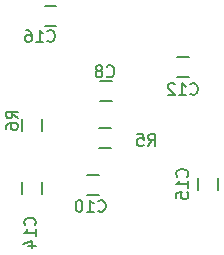
<source format=gbo>
G04 #@! TF.FileFunction,Legend,Bot*
%FSLAX46Y46*%
G04 Gerber Fmt 4.6, Leading zero omitted, Abs format (unit mm)*
G04 Created by KiCad (PCBNEW (2015-11-24 BZR 6329)-product) date Fri 07 Oct 2016 12:30:40 AM EDT*
%MOMM*%
G01*
G04 APERTURE LIST*
%ADD10C,0.100000*%
%ADD11C,0.150000*%
G04 APERTURE END LIST*
D10*
D11*
X175900000Y-96250000D02*
X174900000Y-96250000D01*
X174900000Y-94550000D02*
X175900000Y-94550000D01*
X175800000Y-100250000D02*
X174800000Y-100250000D01*
X174800000Y-98550000D02*
X175800000Y-98550000D01*
X181400000Y-92550000D02*
X182400000Y-92550000D01*
X182400000Y-94250000D02*
X181400000Y-94250000D01*
X168250000Y-104100000D02*
X168250000Y-103100000D01*
X169950000Y-103100000D02*
X169950000Y-104100000D01*
X183150000Y-103800000D02*
X183150000Y-102800000D01*
X184850000Y-102800000D02*
X184850000Y-103800000D01*
X170200000Y-88250000D02*
X171200000Y-88250000D01*
X171200000Y-89950000D02*
X170200000Y-89950000D01*
X173800000Y-102550000D02*
X174800000Y-102550000D01*
X174800000Y-104250000D02*
X173800000Y-104250000D01*
X169950000Y-97800000D02*
X169950000Y-98800000D01*
X168250000Y-98800000D02*
X168250000Y-97800000D01*
X175466666Y-94157143D02*
X175514285Y-94204762D01*
X175657142Y-94252381D01*
X175752380Y-94252381D01*
X175895238Y-94204762D01*
X175990476Y-94109524D01*
X176038095Y-94014286D01*
X176085714Y-93823810D01*
X176085714Y-93680952D01*
X176038095Y-93490476D01*
X175990476Y-93395238D01*
X175895238Y-93300000D01*
X175752380Y-93252381D01*
X175657142Y-93252381D01*
X175514285Y-93300000D01*
X175466666Y-93347619D01*
X174895238Y-93680952D02*
X174990476Y-93633333D01*
X175038095Y-93585714D01*
X175085714Y-93490476D01*
X175085714Y-93442857D01*
X175038095Y-93347619D01*
X174990476Y-93300000D01*
X174895238Y-93252381D01*
X174704761Y-93252381D01*
X174609523Y-93300000D01*
X174561904Y-93347619D01*
X174514285Y-93442857D01*
X174514285Y-93490476D01*
X174561904Y-93585714D01*
X174609523Y-93633333D01*
X174704761Y-93680952D01*
X174895238Y-93680952D01*
X174990476Y-93728571D01*
X175038095Y-93776190D01*
X175085714Y-93871429D01*
X175085714Y-94061905D01*
X175038095Y-94157143D01*
X174990476Y-94204762D01*
X174895238Y-94252381D01*
X174704761Y-94252381D01*
X174609523Y-94204762D01*
X174561904Y-94157143D01*
X174514285Y-94061905D01*
X174514285Y-93871429D01*
X174561904Y-93776190D01*
X174609523Y-93728571D01*
X174704761Y-93680952D01*
X174742857Y-105557143D02*
X174790476Y-105604762D01*
X174933333Y-105652381D01*
X175028571Y-105652381D01*
X175171429Y-105604762D01*
X175266667Y-105509524D01*
X175314286Y-105414286D01*
X175361905Y-105223810D01*
X175361905Y-105080952D01*
X175314286Y-104890476D01*
X175266667Y-104795238D01*
X175171429Y-104700000D01*
X175028571Y-104652381D01*
X174933333Y-104652381D01*
X174790476Y-104700000D01*
X174742857Y-104747619D01*
X173790476Y-105652381D02*
X174361905Y-105652381D01*
X174076191Y-105652381D02*
X174076191Y-104652381D01*
X174171429Y-104795238D01*
X174266667Y-104890476D01*
X174361905Y-104938095D01*
X173171429Y-104652381D02*
X173076190Y-104652381D01*
X172980952Y-104700000D01*
X172933333Y-104747619D01*
X172885714Y-104842857D01*
X172838095Y-105033333D01*
X172838095Y-105271429D01*
X172885714Y-105461905D01*
X172933333Y-105557143D01*
X172980952Y-105604762D01*
X173076190Y-105652381D01*
X173171429Y-105652381D01*
X173266667Y-105604762D01*
X173314286Y-105557143D01*
X173361905Y-105461905D01*
X173409524Y-105271429D01*
X173409524Y-105033333D01*
X173361905Y-104842857D01*
X173314286Y-104747619D01*
X173266667Y-104700000D01*
X173171429Y-104652381D01*
X182542857Y-95657143D02*
X182590476Y-95704762D01*
X182733333Y-95752381D01*
X182828571Y-95752381D01*
X182971429Y-95704762D01*
X183066667Y-95609524D01*
X183114286Y-95514286D01*
X183161905Y-95323810D01*
X183161905Y-95180952D01*
X183114286Y-94990476D01*
X183066667Y-94895238D01*
X182971429Y-94800000D01*
X182828571Y-94752381D01*
X182733333Y-94752381D01*
X182590476Y-94800000D01*
X182542857Y-94847619D01*
X181590476Y-95752381D02*
X182161905Y-95752381D01*
X181876191Y-95752381D02*
X181876191Y-94752381D01*
X181971429Y-94895238D01*
X182066667Y-94990476D01*
X182161905Y-95038095D01*
X181209524Y-94847619D02*
X181161905Y-94800000D01*
X181066667Y-94752381D01*
X180828571Y-94752381D01*
X180733333Y-94800000D01*
X180685714Y-94847619D01*
X180638095Y-94942857D01*
X180638095Y-95038095D01*
X180685714Y-95180952D01*
X181257143Y-95752381D01*
X180638095Y-95752381D01*
X169357143Y-106757143D02*
X169404762Y-106709524D01*
X169452381Y-106566667D01*
X169452381Y-106471429D01*
X169404762Y-106328571D01*
X169309524Y-106233333D01*
X169214286Y-106185714D01*
X169023810Y-106138095D01*
X168880952Y-106138095D01*
X168690476Y-106185714D01*
X168595238Y-106233333D01*
X168500000Y-106328571D01*
X168452381Y-106471429D01*
X168452381Y-106566667D01*
X168500000Y-106709524D01*
X168547619Y-106757143D01*
X169452381Y-107709524D02*
X169452381Y-107138095D01*
X169452381Y-107423809D02*
X168452381Y-107423809D01*
X168595238Y-107328571D01*
X168690476Y-107233333D01*
X168738095Y-107138095D01*
X168785714Y-108566667D02*
X169452381Y-108566667D01*
X168404762Y-108328571D02*
X169119048Y-108090476D01*
X169119048Y-108709524D01*
X182257143Y-102657143D02*
X182304762Y-102609524D01*
X182352381Y-102466667D01*
X182352381Y-102371429D01*
X182304762Y-102228571D01*
X182209524Y-102133333D01*
X182114286Y-102085714D01*
X181923810Y-102038095D01*
X181780952Y-102038095D01*
X181590476Y-102085714D01*
X181495238Y-102133333D01*
X181400000Y-102228571D01*
X181352381Y-102371429D01*
X181352381Y-102466667D01*
X181400000Y-102609524D01*
X181447619Y-102657143D01*
X182352381Y-103609524D02*
X182352381Y-103038095D01*
X182352381Y-103323809D02*
X181352381Y-103323809D01*
X181495238Y-103228571D01*
X181590476Y-103133333D01*
X181638095Y-103038095D01*
X181352381Y-104514286D02*
X181352381Y-104038095D01*
X181828571Y-103990476D01*
X181780952Y-104038095D01*
X181733333Y-104133333D01*
X181733333Y-104371429D01*
X181780952Y-104466667D01*
X181828571Y-104514286D01*
X181923810Y-104561905D01*
X182161905Y-104561905D01*
X182257143Y-104514286D01*
X182304762Y-104466667D01*
X182352381Y-104371429D01*
X182352381Y-104133333D01*
X182304762Y-104038095D01*
X182257143Y-103990476D01*
X170442857Y-91157143D02*
X170490476Y-91204762D01*
X170633333Y-91252381D01*
X170728571Y-91252381D01*
X170871429Y-91204762D01*
X170966667Y-91109524D01*
X171014286Y-91014286D01*
X171061905Y-90823810D01*
X171061905Y-90680952D01*
X171014286Y-90490476D01*
X170966667Y-90395238D01*
X170871429Y-90300000D01*
X170728571Y-90252381D01*
X170633333Y-90252381D01*
X170490476Y-90300000D01*
X170442857Y-90347619D01*
X169490476Y-91252381D02*
X170061905Y-91252381D01*
X169776191Y-91252381D02*
X169776191Y-90252381D01*
X169871429Y-90395238D01*
X169966667Y-90490476D01*
X170061905Y-90538095D01*
X168633333Y-90252381D02*
X168823810Y-90252381D01*
X168919048Y-90300000D01*
X168966667Y-90347619D01*
X169061905Y-90490476D01*
X169109524Y-90680952D01*
X169109524Y-91061905D01*
X169061905Y-91157143D01*
X169014286Y-91204762D01*
X168919048Y-91252381D01*
X168728571Y-91252381D01*
X168633333Y-91204762D01*
X168585714Y-91157143D01*
X168538095Y-91061905D01*
X168538095Y-90823810D01*
X168585714Y-90728571D01*
X168633333Y-90680952D01*
X168728571Y-90633333D01*
X168919048Y-90633333D01*
X169014286Y-90680952D01*
X169061905Y-90728571D01*
X169109524Y-90823810D01*
X178966666Y-100052381D02*
X179300000Y-99576190D01*
X179538095Y-100052381D02*
X179538095Y-99052381D01*
X179157142Y-99052381D01*
X179061904Y-99100000D01*
X179014285Y-99147619D01*
X178966666Y-99242857D01*
X178966666Y-99385714D01*
X179014285Y-99480952D01*
X179061904Y-99528571D01*
X179157142Y-99576190D01*
X179538095Y-99576190D01*
X178061904Y-99052381D02*
X178538095Y-99052381D01*
X178585714Y-99528571D01*
X178538095Y-99480952D01*
X178442857Y-99433333D01*
X178204761Y-99433333D01*
X178109523Y-99480952D01*
X178061904Y-99528571D01*
X178014285Y-99623810D01*
X178014285Y-99861905D01*
X178061904Y-99957143D01*
X178109523Y-100004762D01*
X178204761Y-100052381D01*
X178442857Y-100052381D01*
X178538095Y-100004762D01*
X178585714Y-99957143D01*
X167952381Y-97733334D02*
X167476190Y-97400000D01*
X167952381Y-97161905D02*
X166952381Y-97161905D01*
X166952381Y-97542858D01*
X167000000Y-97638096D01*
X167047619Y-97685715D01*
X167142857Y-97733334D01*
X167285714Y-97733334D01*
X167380952Y-97685715D01*
X167428571Y-97638096D01*
X167476190Y-97542858D01*
X167476190Y-97161905D01*
X166952381Y-98590477D02*
X166952381Y-98400000D01*
X167000000Y-98304762D01*
X167047619Y-98257143D01*
X167190476Y-98161905D01*
X167380952Y-98114286D01*
X167761905Y-98114286D01*
X167857143Y-98161905D01*
X167904762Y-98209524D01*
X167952381Y-98304762D01*
X167952381Y-98495239D01*
X167904762Y-98590477D01*
X167857143Y-98638096D01*
X167761905Y-98685715D01*
X167523810Y-98685715D01*
X167428571Y-98638096D01*
X167380952Y-98590477D01*
X167333333Y-98495239D01*
X167333333Y-98304762D01*
X167380952Y-98209524D01*
X167428571Y-98161905D01*
X167523810Y-98114286D01*
M02*

</source>
